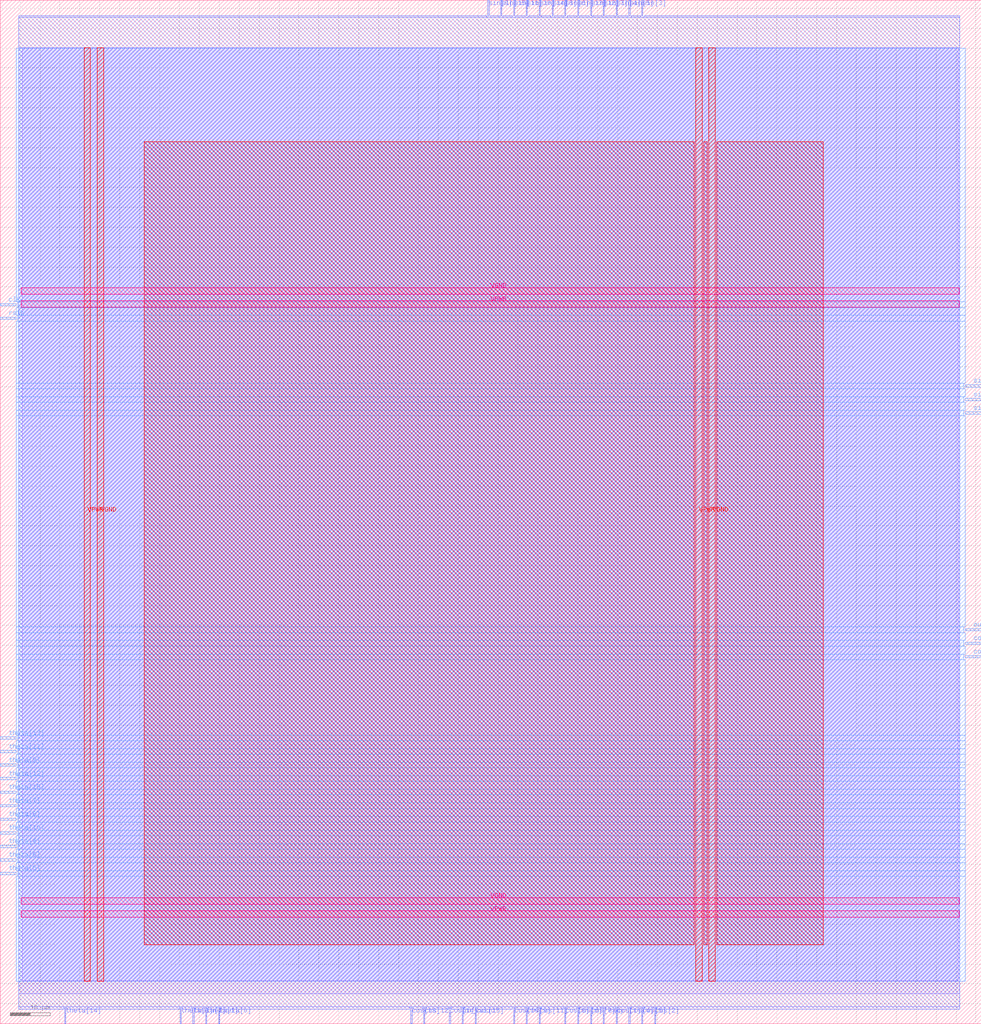
<source format=lef>
VERSION 5.7 ;
  NOWIREEXTENSIONATPIN ON ;
  DIVIDERCHAR "/" ;
  BUSBITCHARS "[]" ;
MACRO cordic
  CLASS BLOCK ;
  FOREIGN cordic ;
  ORIGIN 0.000 0.000 ;
  SIZE 246.325 BY 257.045 ;
  PIN VGND
    DIRECTION INOUT ;
    USE GROUND ;
    PORT
      LAYER met4 ;
        RECT 24.340 10.640 25.940 245.040 ;
    END
    PORT
      LAYER met4 ;
        RECT 177.940 10.640 179.540 245.040 ;
    END
    PORT
      LAYER met5 ;
        RECT 5.280 30.030 240.820 31.630 ;
    END
    PORT
      LAYER met5 ;
        RECT 5.280 183.210 240.820 184.810 ;
    END
  END VGND
  PIN VPWR
    DIRECTION INOUT ;
    USE POWER ;
    PORT
      LAYER met4 ;
        RECT 21.040 10.640 22.640 245.040 ;
    END
    PORT
      LAYER met4 ;
        RECT 174.640 10.640 176.240 245.040 ;
    END
    PORT
      LAYER met5 ;
        RECT 5.280 26.730 240.820 28.330 ;
    END
    PORT
      LAYER met5 ;
        RECT 5.280 179.910 240.820 181.510 ;
    END
  END VPWR
  PIN clk
    DIRECTION INPUT ;
    USE SIGNAL ;
    ANTENNAGATEAREA 0.852000 ;
    PORT
      LAYER met3 ;
        RECT 0.000 180.240 4.000 180.840 ;
    END
  END clk
  PIN cos[0]
    DIRECTION OUTPUT ;
    USE SIGNAL ;
    ANTENNADIFFAREA 0.445500 ;
    PORT
      LAYER met3 ;
        RECT 242.325 95.240 246.325 95.840 ;
    END
  END cos[0]
  PIN cos[10]
    DIRECTION OUTPUT ;
    USE SIGNAL ;
    ANTENNADIFFAREA 0.795200 ;
    PORT
      LAYER met2 ;
        RECT 128.890 0.000 129.170 4.000 ;
    END
  END cos[10]
  PIN cos[11]
    DIRECTION OUTPUT ;
    USE SIGNAL ;
    ANTENNADIFFAREA 0.795200 ;
    PORT
      LAYER met2 ;
        RECT 135.330 0.000 135.610 4.000 ;
    END
  END cos[11]
  PIN cos[12]
    DIRECTION OUTPUT ;
    USE SIGNAL ;
    ANTENNADIFFAREA 0.795200 ;
    PORT
      LAYER met2 ;
        RECT 106.350 0.000 106.630 4.000 ;
    END
  END cos[12]
  PIN cos[13]
    DIRECTION OUTPUT ;
    USE SIGNAL ;
    ANTENNADIFFAREA 0.795200 ;
    PORT
      LAYER met2 ;
        RECT 103.130 0.000 103.410 4.000 ;
    END
  END cos[13]
  PIN cos[14]
    DIRECTION OUTPUT ;
    USE SIGNAL ;
    ANTENNADIFFAREA 0.795200 ;
    PORT
      LAYER met2 ;
        RECT 112.790 0.000 113.070 4.000 ;
    END
  END cos[14]
  PIN cos[15]
    DIRECTION OUTPUT ;
    USE SIGNAL ;
    ANTENNADIFFAREA 0.795200 ;
    PORT
      LAYER met2 ;
        RECT 119.230 0.000 119.510 4.000 ;
    END
  END cos[15]
  PIN cos[1]
    DIRECTION OUTPUT ;
    USE SIGNAL ;
    ANTENNADIFFAREA 0.795200 ;
    PORT
      LAYER met2 ;
        RECT 154.650 0.000 154.930 4.000 ;
    END
  END cos[1]
  PIN cos[2]
    DIRECTION OUTPUT ;
    USE SIGNAL ;
    ANTENNADIFFAREA 0.795200 ;
    PORT
      LAYER met2 ;
        RECT 164.310 0.000 164.590 4.000 ;
    END
  END cos[2]
  PIN cos[3]
    DIRECTION OUTPUT ;
    USE SIGNAL ;
    ANTENNADIFFAREA 0.445500 ;
    PORT
      LAYER met3 ;
        RECT 242.325 91.840 246.325 92.440 ;
    END
  END cos[3]
  PIN cos[4]
    DIRECTION OUTPUT ;
    USE SIGNAL ;
    ANTENNADIFFAREA 0.795200 ;
    PORT
      LAYER met2 ;
        RECT 157.870 0.000 158.150 4.000 ;
    END
  END cos[4]
  PIN cos[5]
    DIRECTION OUTPUT ;
    USE SIGNAL ;
    ANTENNADIFFAREA 0.795200 ;
    PORT
      LAYER met2 ;
        RECT 161.090 0.000 161.370 4.000 ;
    END
  END cos[5]
  PIN cos[6]
    DIRECTION OUTPUT ;
    USE SIGNAL ;
    ANTENNADIFFAREA 0.795200 ;
    PORT
      LAYER met2 ;
        RECT 144.990 0.000 145.270 4.000 ;
    END
  END cos[6]
  PIN cos[7]
    DIRECTION OUTPUT ;
    USE SIGNAL ;
    ANTENNADIFFAREA 0.795200 ;
    PORT
      LAYER met2 ;
        RECT 148.210 0.000 148.490 4.000 ;
    END
  END cos[7]
  PIN cos[8]
    DIRECTION OUTPUT ;
    USE SIGNAL ;
    ANTENNADIFFAREA 0.795200 ;
    PORT
      LAYER met2 ;
        RECT 141.770 0.000 142.050 4.000 ;
    END
  END cos[8]
  PIN cos[9]
    DIRECTION OUTPUT ;
    USE SIGNAL ;
    ANTENNADIFFAREA 0.795200 ;
    PORT
      LAYER met2 ;
        RECT 132.110 0.000 132.390 4.000 ;
    END
  END cos[9]
  PIN in_valid
    DIRECTION INPUT ;
    USE SIGNAL ;
    ANTENNAGATEAREA 0.213000 ;
    PORT
      LAYER met2 ;
        RECT 116.010 0.000 116.290 4.000 ;
    END
  END in_valid
  PIN out_valid
    DIRECTION OUTPUT ;
    USE SIGNAL ;
    ANTENNADIFFAREA 0.445500 ;
    PORT
      LAYER met3 ;
        RECT 242.325 98.640 246.325 99.240 ;
    END
  END out_valid
  PIN ready
    DIRECTION OUTPUT ;
    USE SIGNAL ;
    ANTENNADIFFAREA 0.795200 ;
    PORT
      LAYER met2 ;
        RECT 151.430 0.000 151.710 4.000 ;
    END
  END ready
  PIN rstb
    DIRECTION INPUT ;
    USE SIGNAL ;
    ANTENNAGATEAREA 0.196500 ;
    PORT
      LAYER met3 ;
        RECT 0.000 176.840 4.000 177.440 ;
    END
  END rstb
  PIN sin[0]
    DIRECTION OUTPUT ;
    USE SIGNAL ;
    ANTENNADIFFAREA 0.445500 ;
    PORT
      LAYER met3 ;
        RECT 242.325 153.040 246.325 153.640 ;
    END
  END sin[0]
  PIN sin[10]
    DIRECTION OUTPUT ;
    USE SIGNAL ;
    ANTENNADIFFAREA 0.795200 ;
    PORT
      LAYER met2 ;
        RECT 132.110 253.045 132.390 257.045 ;
    END
  END sin[10]
  PIN sin[11]
    DIRECTION OUTPUT ;
    USE SIGNAL ;
    ANTENNADIFFAREA 0.795200 ;
    PORT
      LAYER met2 ;
        RECT 128.890 253.045 129.170 257.045 ;
    END
  END sin[11]
  PIN sin[12]
    DIRECTION OUTPUT ;
    USE SIGNAL ;
    ANTENNADIFFAREA 0.795200 ;
    PORT
      LAYER met2 ;
        RECT 148.210 253.045 148.490 257.045 ;
    END
  END sin[12]
  PIN sin[13]
    DIRECTION OUTPUT ;
    USE SIGNAL ;
    ANTENNADIFFAREA 0.795200 ;
    PORT
      LAYER met2 ;
        RECT 144.990 253.045 145.270 257.045 ;
    END
  END sin[13]
  PIN sin[14]
    DIRECTION OUTPUT ;
    USE SIGNAL ;
    ANTENNADIFFAREA 0.795200 ;
    PORT
      LAYER met2 ;
        RECT 135.330 253.045 135.610 257.045 ;
    END
  END sin[14]
  PIN sin[15]
    DIRECTION OUTPUT ;
    USE SIGNAL ;
    ANTENNADIFFAREA 0.795200 ;
    PORT
      LAYER met2 ;
        RECT 125.670 253.045 125.950 257.045 ;
    END
  END sin[15]
  PIN sin[1]
    DIRECTION OUTPUT ;
    USE SIGNAL ;
    ANTENNADIFFAREA 0.445500 ;
    PORT
      LAYER met3 ;
        RECT 242.325 159.840 246.325 160.440 ;
    END
  END sin[1]
  PIN sin[2]
    DIRECTION OUTPUT ;
    USE SIGNAL ;
    ANTENNADIFFAREA 0.795200 ;
    PORT
      LAYER met3 ;
        RECT 242.325 156.440 246.325 157.040 ;
    END
  END sin[2]
  PIN sin[3]
    DIRECTION OUTPUT ;
    USE SIGNAL ;
    ANTENNADIFFAREA 0.795200 ;
    PORT
      LAYER met2 ;
        RECT 161.090 253.045 161.370 257.045 ;
    END
  END sin[3]
  PIN sin[4]
    DIRECTION OUTPUT ;
    USE SIGNAL ;
    ANTENNADIFFAREA 0.445500 ;
    PORT
      LAYER met2 ;
        RECT 154.650 253.045 154.930 257.045 ;
    END
  END sin[4]
  PIN sin[5]
    DIRECTION OUTPUT ;
    USE SIGNAL ;
    ANTENNADIFFAREA 0.795200 ;
    PORT
      LAYER met2 ;
        RECT 157.870 253.045 158.150 257.045 ;
    END
  END sin[5]
  PIN sin[6]
    DIRECTION OUTPUT ;
    USE SIGNAL ;
    ANTENNADIFFAREA 0.795200 ;
    PORT
      LAYER met2 ;
        RECT 141.770 253.045 142.050 257.045 ;
    END
  END sin[6]
  PIN sin[7]
    DIRECTION OUTPUT ;
    USE SIGNAL ;
    ANTENNADIFFAREA 0.795200 ;
    PORT
      LAYER met2 ;
        RECT 151.430 253.045 151.710 257.045 ;
    END
  END sin[7]
  PIN sin[8]
    DIRECTION OUTPUT ;
    USE SIGNAL ;
    ANTENNADIFFAREA 0.795200 ;
    PORT
      LAYER met2 ;
        RECT 138.550 253.045 138.830 257.045 ;
    END
  END sin[8]
  PIN sin[9]
    DIRECTION OUTPUT ;
    USE SIGNAL ;
    ANTENNADIFFAREA 0.795200 ;
    PORT
      LAYER met2 ;
        RECT 122.450 253.045 122.730 257.045 ;
    END
  END sin[9]
  PIN theta[0]
    DIRECTION INPUT ;
    USE SIGNAL ;
    ANTENNAGATEAREA 0.126000 ;
    PORT
      LAYER met2 ;
        RECT 54.830 0.000 55.110 4.000 ;
    END
  END theta[0]
  PIN theta[10]
    DIRECTION INPUT ;
    USE SIGNAL ;
    ANTENNAGATEAREA 0.196500 ;
    PORT
      LAYER met3 ;
        RECT 0.000 47.640 4.000 48.240 ;
    END
  END theta[10]
  PIN theta[11]
    DIRECTION INPUT ;
    USE SIGNAL ;
    ANTENNAGATEAREA 0.196500 ;
    PORT
      LAYER met3 ;
        RECT 0.000 68.040 4.000 68.640 ;
    END
  END theta[11]
  PIN theta[12]
    DIRECTION INPUT ;
    USE SIGNAL ;
    ANTENNAGATEAREA 0.196500 ;
    PORT
      LAYER met3 ;
        RECT 0.000 61.240 4.000 61.840 ;
    END
  END theta[12]
  PIN theta[13]
    DIRECTION INPUT ;
    USE SIGNAL ;
    ANTENNAGATEAREA 0.196500 ;
    PORT
      LAYER met3 ;
        RECT 0.000 71.440 4.000 72.040 ;
    END
  END theta[13]
  PIN theta[14]
    DIRECTION INPUT ;
    USE SIGNAL ;
    ANTENNAGATEAREA 0.196500 ;
    PORT
      LAYER met2 ;
        RECT 16.190 0.000 16.470 4.000 ;
    END
  END theta[14]
  PIN theta[15]
    DIRECTION INPUT ;
    USE SIGNAL ;
    ANTENNAGATEAREA 0.159000 ;
    PORT
      LAYER met3 ;
        RECT 0.000 57.840 4.000 58.440 ;
    END
  END theta[15]
  PIN theta[1]
    DIRECTION INPUT ;
    USE SIGNAL ;
    ANTENNAGATEAREA 0.196500 ;
    PORT
      LAYER met2 ;
        RECT 51.610 0.000 51.890 4.000 ;
    END
  END theta[1]
  PIN theta[2]
    DIRECTION INPUT ;
    USE SIGNAL ;
    ANTENNAGATEAREA 0.196500 ;
    PORT
      LAYER met2 ;
        RECT 48.390 0.000 48.670 4.000 ;
    END
  END theta[2]
  PIN theta[3]
    DIRECTION INPUT ;
    USE SIGNAL ;
    ANTENNAGATEAREA 0.196500 ;
    PORT
      LAYER met2 ;
        RECT 45.170 0.000 45.450 4.000 ;
    END
  END theta[3]
  PIN theta[4]
    DIRECTION INPUT ;
    USE SIGNAL ;
    ANTENNAGATEAREA 0.196500 ;
    PORT
      LAYER met3 ;
        RECT 0.000 44.240 4.000 44.840 ;
    END
  END theta[4]
  PIN theta[5]
    DIRECTION INPUT ;
    USE SIGNAL ;
    ANTENNAGATEAREA 0.196500 ;
    PORT
      LAYER met3 ;
        RECT 0.000 37.440 4.000 38.040 ;
    END
  END theta[5]
  PIN theta[6]
    DIRECTION INPUT ;
    USE SIGNAL ;
    ANTENNAGATEAREA 0.196500 ;
    PORT
      LAYER met3 ;
        RECT 0.000 40.840 4.000 41.440 ;
    END
  END theta[6]
  PIN theta[7]
    DIRECTION INPUT ;
    USE SIGNAL ;
    ANTENNAGATEAREA 0.196500 ;
    PORT
      LAYER met3 ;
        RECT 0.000 54.440 4.000 55.040 ;
    END
  END theta[7]
  PIN theta[8]
    DIRECTION INPUT ;
    USE SIGNAL ;
    ANTENNAGATEAREA 0.196500 ;
    PORT
      LAYER met3 ;
        RECT 0.000 51.040 4.000 51.640 ;
    END
  END theta[8]
  PIN theta[9]
    DIRECTION INPUT ;
    USE SIGNAL ;
    ANTENNAGATEAREA 0.196500 ;
    PORT
      LAYER met3 ;
        RECT 0.000 64.640 4.000 65.240 ;
    END
  END theta[9]
  OBS
      LAYER li1 ;
        RECT 5.520 10.795 240.580 244.885 ;
      LAYER met1 ;
        RECT 4.670 7.520 240.970 245.040 ;
      LAYER met2 ;
        RECT 4.690 252.765 122.170 253.045 ;
        RECT 123.010 252.765 125.390 253.045 ;
        RECT 126.230 252.765 128.610 253.045 ;
        RECT 129.450 252.765 131.830 253.045 ;
        RECT 132.670 252.765 135.050 253.045 ;
        RECT 135.890 252.765 138.270 253.045 ;
        RECT 139.110 252.765 141.490 253.045 ;
        RECT 142.330 252.765 144.710 253.045 ;
        RECT 145.550 252.765 147.930 253.045 ;
        RECT 148.770 252.765 151.150 253.045 ;
        RECT 151.990 252.765 154.370 253.045 ;
        RECT 155.210 252.765 157.590 253.045 ;
        RECT 158.430 252.765 160.810 253.045 ;
        RECT 161.650 252.765 240.950 253.045 ;
        RECT 4.690 4.280 240.950 252.765 ;
        RECT 4.690 3.670 15.910 4.280 ;
        RECT 16.750 3.670 44.890 4.280 ;
        RECT 45.730 3.670 48.110 4.280 ;
        RECT 48.950 3.670 51.330 4.280 ;
        RECT 52.170 3.670 54.550 4.280 ;
        RECT 55.390 3.670 102.850 4.280 ;
        RECT 103.690 3.670 106.070 4.280 ;
        RECT 106.910 3.670 112.510 4.280 ;
        RECT 113.350 3.670 115.730 4.280 ;
        RECT 116.570 3.670 118.950 4.280 ;
        RECT 119.790 3.670 128.610 4.280 ;
        RECT 129.450 3.670 131.830 4.280 ;
        RECT 132.670 3.670 135.050 4.280 ;
        RECT 135.890 3.670 141.490 4.280 ;
        RECT 142.330 3.670 144.710 4.280 ;
        RECT 145.550 3.670 147.930 4.280 ;
        RECT 148.770 3.670 151.150 4.280 ;
        RECT 151.990 3.670 154.370 4.280 ;
        RECT 155.210 3.670 157.590 4.280 ;
        RECT 158.430 3.670 160.810 4.280 ;
        RECT 161.650 3.670 164.030 4.280 ;
        RECT 164.870 3.670 240.950 4.280 ;
      LAYER met3 ;
        RECT 4.000 181.240 242.325 244.965 ;
        RECT 4.400 179.840 242.325 181.240 ;
        RECT 4.000 177.840 242.325 179.840 ;
        RECT 4.400 176.440 242.325 177.840 ;
        RECT 4.000 160.840 242.325 176.440 ;
        RECT 4.000 159.440 241.925 160.840 ;
        RECT 4.000 157.440 242.325 159.440 ;
        RECT 4.000 156.040 241.925 157.440 ;
        RECT 4.000 154.040 242.325 156.040 ;
        RECT 4.000 152.640 241.925 154.040 ;
        RECT 4.000 99.640 242.325 152.640 ;
        RECT 4.000 98.240 241.925 99.640 ;
        RECT 4.000 96.240 242.325 98.240 ;
        RECT 4.000 94.840 241.925 96.240 ;
        RECT 4.000 92.840 242.325 94.840 ;
        RECT 4.000 91.440 241.925 92.840 ;
        RECT 4.000 72.440 242.325 91.440 ;
        RECT 4.400 71.040 242.325 72.440 ;
        RECT 4.000 69.040 242.325 71.040 ;
        RECT 4.400 67.640 242.325 69.040 ;
        RECT 4.000 65.640 242.325 67.640 ;
        RECT 4.400 64.240 242.325 65.640 ;
        RECT 4.000 62.240 242.325 64.240 ;
        RECT 4.400 60.840 242.325 62.240 ;
        RECT 4.000 58.840 242.325 60.840 ;
        RECT 4.400 57.440 242.325 58.840 ;
        RECT 4.000 55.440 242.325 57.440 ;
        RECT 4.400 54.040 242.325 55.440 ;
        RECT 4.000 52.040 242.325 54.040 ;
        RECT 4.400 50.640 242.325 52.040 ;
        RECT 4.000 48.640 242.325 50.640 ;
        RECT 4.400 47.240 242.325 48.640 ;
        RECT 4.000 45.240 242.325 47.240 ;
        RECT 4.400 43.840 242.325 45.240 ;
        RECT 4.000 41.840 242.325 43.840 ;
        RECT 4.400 40.440 242.325 41.840 ;
        RECT 4.000 38.440 242.325 40.440 ;
        RECT 4.400 37.040 242.325 38.440 ;
        RECT 4.000 10.715 242.325 37.040 ;
      LAYER met4 ;
        RECT 36.175 19.895 174.240 221.505 ;
        RECT 176.640 19.895 177.540 221.505 ;
        RECT 179.940 19.895 206.705 221.505 ;
  END
END cordic
END LIBRARY


</source>
